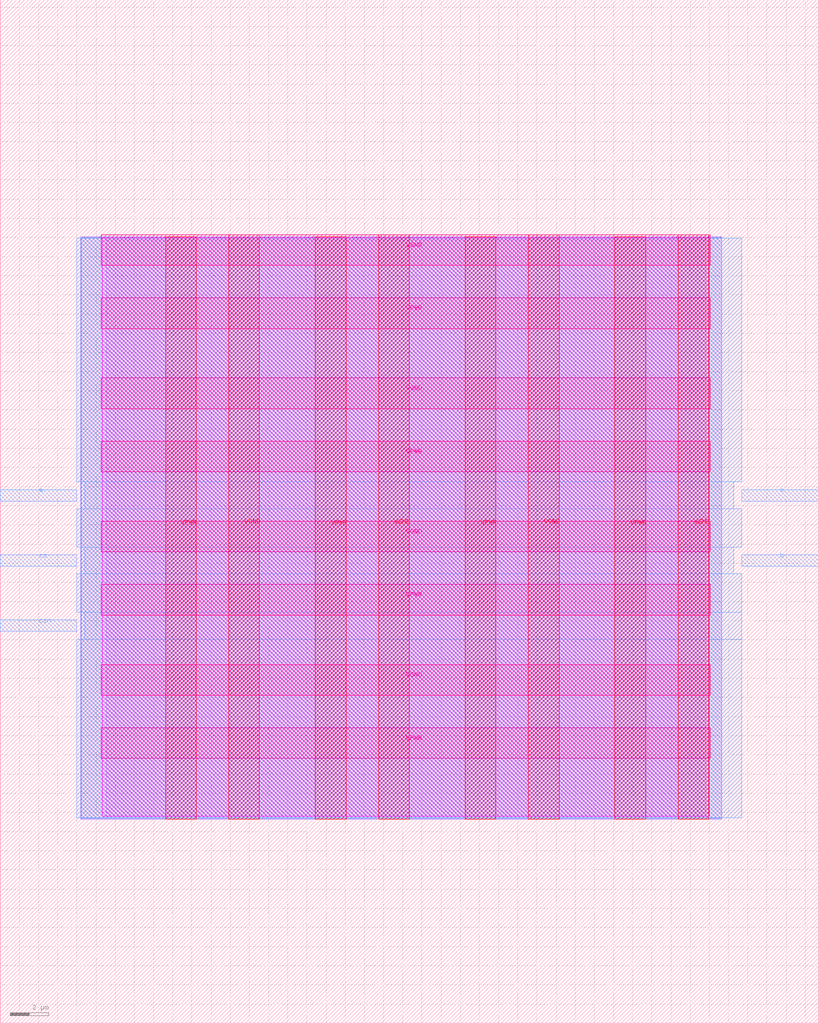
<source format=lef>
VERSION 5.7 ;
  NOWIREEXTENSIONATPIN ON ;
  DIVIDERCHAR "/" ;
  BUSBITCHARS "[]" ;
MACRO new
  CLASS BLOCK ;
  FOREIGN new ;
  ORIGIN 0.000 0.000 ;
  SIZE 42.675 BY 53.395 ;
  PIN VGND
    DIRECTION INOUT ;
    USE GROUND ;
    PORT
      LAYER met4 ;
        RECT 11.925 10.640 13.525 41.140 ;
    END
    PORT
      LAYER met4 ;
        RECT 19.740 10.640 21.340 41.140 ;
    END
    PORT
      LAYER met4 ;
        RECT 27.555 10.640 29.155 41.140 ;
    END
    PORT
      LAYER met4 ;
        RECT 35.370 10.640 36.970 41.140 ;
    END
    PORT
      LAYER met5 ;
        RECT 5.280 17.115 37.040 18.715 ;
    END
    PORT
      LAYER met5 ;
        RECT 5.280 24.590 37.040 26.190 ;
    END
    PORT
      LAYER met5 ;
        RECT 5.280 32.065 37.040 33.665 ;
    END
    PORT
      LAYER met5 ;
        RECT 5.280 39.540 37.040 41.140 ;
    END
  END VGND
  PIN VPWR
    DIRECTION INOUT ;
    USE POWER ;
    PORT
      LAYER met4 ;
        RECT 8.625 10.640 10.225 41.040 ;
    END
    PORT
      LAYER met4 ;
        RECT 16.440 10.640 18.040 41.040 ;
    END
    PORT
      LAYER met4 ;
        RECT 24.255 10.640 25.855 41.040 ;
    END
    PORT
      LAYER met4 ;
        RECT 32.070 10.640 33.670 41.040 ;
    END
    PORT
      LAYER met5 ;
        RECT 5.280 13.815 37.040 15.415 ;
    END
    PORT
      LAYER met5 ;
        RECT 5.280 21.290 37.040 22.890 ;
    END
    PORT
      LAYER met5 ;
        RECT 5.280 28.765 37.040 30.365 ;
    END
    PORT
      LAYER met5 ;
        RECT 5.280 36.240 37.040 37.840 ;
    END
  END VPWR
  PIN a
    DIRECTION INPUT ;
    USE SIGNAL ;
    ANTENNAGATEAREA 0.196500 ;
    PORT
      LAYER met3 ;
        RECT 0.000 27.240 4.000 27.840 ;
    END
  END a
  PIN b
    DIRECTION INPUT ;
    USE SIGNAL ;
    ANTENNAGATEAREA 0.196500 ;
    PORT
      LAYER met3 ;
        RECT 38.675 23.840 42.675 24.440 ;
    END
  END b
  PIN cin
    DIRECTION INPUT ;
    USE SIGNAL ;
    ANTENNAGATEAREA 0.196500 ;
    PORT
      LAYER met3 ;
        RECT 0.000 20.440 4.000 21.040 ;
    END
  END cin
  PIN co
    DIRECTION OUTPUT ;
    USE SIGNAL ;
    ANTENNADIFFAREA 0.445500 ;
    PORT
      LAYER met3 ;
        RECT 0.000 23.840 4.000 24.440 ;
    END
  END co
  PIN s
    DIRECTION OUTPUT ;
    USE SIGNAL ;
    ANTENNADIFFAREA 0.445500 ;
    PORT
      LAYER met3 ;
        RECT 38.675 27.240 42.675 27.840 ;
    END
  END s
  OBS
      LAYER nwell ;
        RECT 5.330 10.795 36.990 40.990 ;
      LAYER li1 ;
        RECT 5.520 10.795 36.800 40.885 ;
      LAYER met1 ;
        RECT 4.210 10.640 37.650 41.040 ;
      LAYER met2 ;
        RECT 4.230 10.695 37.630 40.985 ;
      LAYER met3 ;
        RECT 3.990 28.240 38.675 40.965 ;
        RECT 4.400 26.840 38.275 28.240 ;
        RECT 3.990 24.840 38.675 26.840 ;
        RECT 4.400 23.440 38.275 24.840 ;
        RECT 3.990 21.440 38.675 23.440 ;
        RECT 4.400 20.040 38.675 21.440 ;
        RECT 3.990 10.715 38.675 20.040 ;
  END
END new
END LIBRARY


</source>
